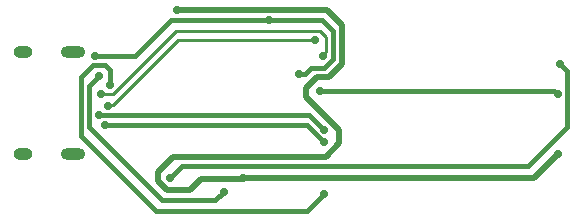
<source format=gbl>
G04*
G04 #@! TF.GenerationSoftware,Altium Limited,Altium Designer,21.1.1 (26)*
G04*
G04 Layer_Physical_Order=2*
G04 Layer_Color=16711680*
%FSLAX44Y44*%
%MOMM*%
G71*
G04*
G04 #@! TF.SameCoordinates,6E758193-3902-4676-B705-CF05A6FE81D6*
G04*
G04*
G04 #@! TF.FilePolarity,Positive*
G04*
G01*
G75*
%ADD24C,0.5080*%
%ADD25C,0.3810*%
%ADD26C,0.2794*%
%ADD29O,1.6000X1.0000*%
%ADD30O,2.1000X1.0000*%
%ADD31C,0.7000*%
D24*
X1484630Y603250D02*
X1497330Y590550D01*
Y557530D02*
Y590550D01*
X1357630Y603250D02*
X1484630D01*
X1485900Y546100D02*
X1497330Y557530D01*
X1475740Y546100D02*
X1485900D01*
X1659890Y461010D02*
X1680210Y481330D01*
X1413510Y461010D02*
X1659890D01*
X1411720Y459740D02*
X1412990Y461010D01*
X1368798Y450850D02*
X1377688Y459740D01*
X1412990Y461010D02*
X1413510D01*
X1377688Y459740D02*
X1411720D01*
X1483360Y478790D02*
X1494790Y490220D01*
Y501650D01*
X1353820Y478790D02*
X1483360D01*
X1341120Y466090D02*
X1353820Y478790D01*
X1341120Y458470D02*
Y466090D01*
Y458470D02*
X1348740Y450850D01*
X1466850Y537210D02*
X1475740Y546100D01*
X1466850Y529590D02*
Y537210D01*
Y529590D02*
X1494790Y501650D01*
X1348740Y450850D02*
X1368798D01*
D25*
X1681480Y557530D02*
X1687830Y551180D01*
X1361440Y471170D02*
X1654810D01*
X1687830Y504190D01*
Y551180D01*
X1351280Y461010D02*
X1361440Y471170D01*
X1390012Y441960D02*
X1397000Y448948D01*
X1344904Y441960D02*
X1390012D01*
X1467845Y505735D02*
X1482090Y491490D01*
X1276350Y496570D02*
X1339850Y433070D01*
X1467721D02*
X1481891Y447239D01*
X1339850Y433070D02*
X1467721D01*
X1276350Y496570D02*
Y546100D01*
X1465739Y548798D02*
X1470660Y553720D01*
X1482090D02*
X1489710Y561340D01*
X1470660Y553720D02*
X1482090D01*
X1460493Y548633D02*
X1460659Y548798D01*
X1465739D01*
X1435100Y594360D02*
X1435531Y594791D01*
X1480389D01*
X1352550Y594360D02*
X1435100D01*
X1480389Y594791D02*
X1489710Y585470D01*
X1322070Y563880D02*
X1352550Y594360D01*
X1489710Y561340D02*
Y585470D01*
X1679347Y532130D02*
X1680210D01*
X1478280Y534670D02*
X1676807D01*
X1679347Y532130D01*
X1276350Y546100D02*
X1286510Y556260D01*
X1282700Y504164D02*
X1344904Y441960D01*
X1282700Y504164D02*
Y538480D01*
X1291590Y547370D01*
X1296945Y505735D02*
X1467845D01*
X1291590Y514350D02*
X1469390D01*
X1482090Y501650D01*
X1287780Y563880D02*
X1322070D01*
X1286510Y556260D02*
X1296670D01*
X1300480Y552450D01*
Y539750D02*
Y552450D01*
D26*
X1483360Y567558D02*
Y580390D01*
X1356360Y585470D02*
X1478280D01*
X1483360Y580390D01*
X1480820Y563880D02*
Y565018D01*
X1483360Y567558D01*
X1303020Y532130D02*
X1356360Y585470D01*
X1358427Y577377D02*
X1474470D01*
X1303773Y522723D02*
X1358427Y577377D01*
X1299963Y522723D02*
X1303773D01*
X1299158Y521918D02*
X1299963Y522723D01*
X1292860Y532130D02*
X1303020D01*
D29*
X1227480Y481220D02*
D03*
Y567720D02*
D03*
D30*
X1269280Y481220D02*
D03*
Y567720D02*
D03*
D31*
X1681480Y557530D02*
D03*
X1397000Y448948D02*
D03*
X1482090Y491490D02*
D03*
X1435100Y594360D02*
D03*
X1357630Y603250D02*
D03*
X1480820Y563880D02*
D03*
X1478280Y534670D02*
D03*
X1413510Y461010D02*
D03*
X1481891Y447239D02*
D03*
X1474470Y577377D02*
D03*
X1482090Y501650D02*
D03*
X1680210Y481330D02*
D03*
X1351280Y461010D02*
D03*
X1287780Y563880D02*
D03*
X1296945Y505735D02*
D03*
X1291590Y514350D02*
D03*
X1299158Y521918D02*
D03*
X1292860Y532130D02*
D03*
X1291590Y547370D02*
D03*
X1300480Y539750D02*
D03*
X1680210Y532130D02*
D03*
X1460493Y548633D02*
D03*
M02*

</source>
